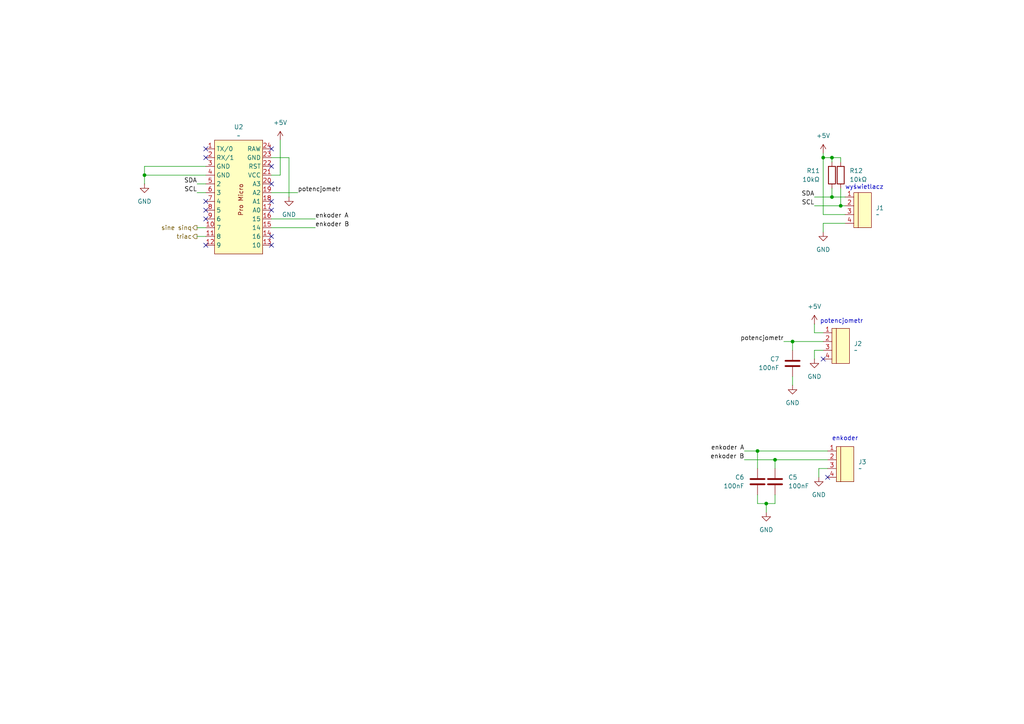
<source format=kicad_sch>
(kicad_sch (version 20250114) (generator "eeschema") (generator_version "9.0")
  (paper "A4")
  (title_block (title "air conditioner") (date "2025-07-06") (rev "0"))
  (lib_symbols
    (symbol "Connector_JOINT_TECH:JT_1x4_P2.5mm_Vertical"
      (property "Reference" "J" (at -1.778 6.096 0))
      (symbol "JT_1x4_P2.5mm_Vertical_0_0"
        (pin passive line (at -5.08 3.81 0) (length 2.54) (name "") (number "1"))
        (pin passive line (at -5.08 1.27 0) (length 2.54) (name "") (number "2"))
        (pin passive line (at -5.08 -1.27 0) (length 2.54) (name "") (number "3"))
        (pin passive line (at -5.08 -3.81 0) (length 2.54) (name "") (number "4"))
      )
      (symbol "JT_1x4_P2.5mm_Vertical_0_1"
        (rectangle (start -2.54 5.08) (end 2.54 -5.08) (fill (type background)))
        (polyline (pts (xy -1.27 5.08) (xy -1.27 -5.08)))
      )
    )
    (symbol "Dev_Kits:Pro_Micro"
      (property "Reference" "U" (at 0.762 1.27 0))
      (symbol "Pro_Micro_0_1"
        (rectangle (start 0 0) (end 13.97 -33.02) (fill (type background)))
      )
      (symbol "Pro_Micro_1_0"
        (pin bidirectional line (at -2.54 -25.4 0) (length 2.54) (name "7") (number "10"))
        (pin bidirectional line (at -2.54 -27.94 0) (length 2.54) (name "8") (number "11"))
        (pin bidirectional line (at -2.54 -30.48 0) (length 2.54) (name "9") (number "12"))
        (pin passive line (at 16.51 -2.54 180) (length 2.54) (name "RAW") (number "24"))
        (pin passive line (at 16.51 -5.08 180) (length 2.54) (name "GND") (number "23"))
        (pin input line (at 16.51 -7.62 180) (length 2.54) (name "RST") (number "22"))
        (pin passive line (at 16.51 -10.16 180) (length 2.54) (name "VCC") (number "21"))
        (pin bidirectional line (at 16.51 -12.7 180) (length 2.54) (name "A3") (number "20"))
        (pin bidirectional line (at 16.51 -15.24 180) (length 2.54) (name "A2") (number "19"))
        (pin bidirectional line (at 16.51 -17.78 180) (length 2.54) (name "A1") (number "18"))
        (pin bidirectional line (at 16.51 -20.32 180) (length 2.54) (name "A0") (number "17"))
        (pin bidirectional line (at 16.51 -22.86 180) (length 2.54) (name "15") (number "16"))
        (pin bidirectional line (at 16.51 -25.4 180) (length 2.54) (name "14") (number "15"))
        (pin bidirectional line (at 16.51 -27.94 180) (length 2.54) (name "16") (number "14"))
        (pin bidirectional line (at 16.51 -30.48 180) (length 2.54) (name "10") (number "13"))
      )
      (symbol "Pro_Micro_1_1"
        (text "Pro Micro" (at 7.62 -17.272 900) (effects (font (size 1.27 1.27))))
        (pin bidirectional line (at -2.54 -2.54 0) (length 2.54) (name "TX/0") (number "1"))
        (pin bidirectional line (at -2.54 -5.08 0) (length 2.54) (name "RX/1") (number "2"))
        (pin passive line (at -2.54 -7.62 0) (length 2.54) (name "GND") (number "3"))
        (pin passive line (at -2.54 -10.16 0) (length 2.54) (name "GND") (number "4"))
        (pin bidirectional line (at -2.54 -12.7 0) (length 2.54) (name "2") (number "5"))
        (pin bidirectional line (at -2.54 -15.24 0) (length 2.54) (name "3") (number "6"))
        (pin bidirectional line (at -2.54 -17.78 0) (length 2.54) (name "4") (number "7"))
        (pin bidirectional line (at -2.54 -20.32 0) (length 2.54) (name "5") (number "8"))
        (pin bidirectional line (at -2.54 -22.86 0) (length 2.54) (name "6") (number "9"))
      )
    )
    (symbol "Device:C" (pin_numbers (hide yes)) (pin_names (offset 0.254))
      (property "Reference" "C" (at 0.635 2.54 0))
      (property "Value" "C" (at 0.635 -2.54 0))
      (symbol "C_0_1"
        (polyline (pts (xy -2.032 0.762) (xy 2.032 0.762)) (stroke (width 0.508)))
        (polyline (pts (xy -2.032 -0.762) (xy 2.032 -0.762)) (stroke (width 0.508)))
      )
      (symbol "C_1_1"
        (pin passive line (at 0 3.81 270) (length 2.794) (name "~") (number "1"))
        (pin passive line (at 0 -3.81 90) (length 2.794) (name "~") (number "2"))
      )
    )
    (symbol "Device:R" (pin_numbers (hide yes)) (pin_names (offset 0))
      (property "Reference" "R" (at 2.032 0 90))
      (property "Value" "R" (at 0 0 90))
      (symbol "R_0_1"
        (rectangle (start -1.016 -2.54) (end 1.016 2.54) (stroke (width 0.254)))
      )
      (symbol "R_1_1"
        (pin passive line (at 0 3.81 270) (length 1.27) (name "~") (number "1"))
        (pin passive line (at 0 -3.81 90) (length 1.27) (name "~") (number "2"))
      )
    )
    (symbol "power:+5V" (power) (pin_numbers (hide yes)) (pin_names (offset 0) (hide yes))
      (property "Value" "+5V" (at 0 3.556 0))
      (symbol "+5V_0_1"
        (polyline (pts (xy -0.762 1.27) (xy 0 2.54)))
        (polyline (pts (xy 0 2.54) (xy 0.762 1.27)))
        (polyline (pts (xy 0 0) (xy 0 2.54)))
      )
      (symbol "+5V_1_1"
        (pin power_in line (at 0 0 90) (length 0) (name "~") (number "1"))
      )
    )
    (symbol "power:GND" (power) (pin_numbers (hide yes)) (pin_names (offset 0) (hide yes))
      (property "Value" "GND" (at 0 -3.81 0))
      (symbol "GND_0_1"
        (polyline (pts (xy 0 0) (xy 0 -1.27) (xy 1.27 -1.27) (xy 0 -2.54) (xy -1.27 -1.27) (xy 0 -1.27)))
      )
      (symbol "GND_1_1"
        (pin power_in line (at 0 0 270) (length 0) (name "~") (number "1"))
      )
    )
  )
  (text "enkoder" (at 245.11 127.254 0) (effects (font (size 1.27 1.27))))
  (text "potencjometr" (at 244.094 93.218 0) (effects (font (size 1.27 1.27))))
  (text "wyświetlacz" (at 250.698 54.356 0) (effects (font (size 1.27 1.27))))
  (junction (at 243.84 59.69))
  (junction (at 241.3 45.72))
  (junction (at 238.76 45.72))
  (junction (at 41.91 50.8))
  (junction (at 229.87 99.06))
  (junction (at 241.3 57.15))
  (junction (at 222.25 146.05))
  (junction (at 219.71 130.81))
  (junction (at 224.79 133.35))
  (no_connect (at 59.69 71.12))
  (no_connect (at 78.74 48.26))
  (no_connect (at 78.74 68.58))
  (no_connect (at 59.69 45.72))
  (no_connect (at 78.74 58.42))
  (no_connect (at 78.74 53.34))
  (no_connect (at 59.69 43.18))
  (no_connect (at 240.03 138.43))
  (no_connect (at 78.74 71.12))
  (no_connect (at 78.74 60.96))
  (no_connect (at 238.76 104.14))
  (no_connect (at 59.69 63.5))
  (no_connect (at 59.69 60.96))
  (no_connect (at 78.74 43.18))
  (no_connect (at 59.69 58.42))
  (wire (pts (xy 237.49 135.89) (xy 240.03 135.89)))
  (wire (pts (xy 238.76 45.72) (xy 238.76 62.23)))
  (wire (pts (xy 222.25 148.59) (xy 222.25 146.05)))
  (wire (pts (xy 91.44 63.5) (xy 78.74 63.5)))
  (wire (pts (xy 83.82 45.72) (xy 83.82 57.15)))
  (wire (pts (xy 219.71 135.89) (xy 219.71 130.81)))
  (wire (pts (xy 229.87 101.6) (xy 229.87 99.06)))
  (wire (pts (xy 41.91 48.26) (xy 59.69 48.26)))
  (wire (pts (xy 236.22 101.6) (xy 238.76 101.6)))
  (wire (pts (xy 238.76 64.77) (xy 238.76 67.31)))
  (wire (pts (xy 236.22 104.14) (xy 236.22 101.6)))
  (wire (pts (xy 229.87 99.06) (xy 238.76 99.06)))
  (wire (pts (xy 236.22 93.98) (xy 236.22 96.52)))
  (wire (pts (xy 236.22 96.52) (xy 238.76 96.52)))
  (wire (pts (xy 238.76 62.23) (xy 245.11 62.23)))
  (wire (pts (xy 41.91 53.34) (xy 41.91 50.8)))
  (wire (pts (xy 219.71 130.81) (xy 240.03 130.81)))
  (wire (pts (xy 81.28 40.64) (xy 81.28 50.8)))
  (wire (pts (xy 219.71 143.51) (xy 219.71 146.05)))
  (wire (pts (xy 41.91 50.8) (xy 59.69 50.8)))
  (wire (pts (xy 243.84 59.69) (xy 245.11 59.69)))
  (wire (pts (xy 78.74 50.8) (xy 81.28 50.8)))
  (wire (pts (xy 241.3 57.15) (xy 245.11 57.15)))
  (wire (pts (xy 243.84 54.61) (xy 243.84 59.69)))
  (wire (pts (xy 78.74 45.72) (xy 83.82 45.72)))
  (wire (pts (xy 224.79 143.51) (xy 224.79 146.05)))
  (wire (pts (xy 224.79 133.35) (xy 240.03 133.35)))
  (wire (pts (xy 215.9 133.35) (xy 224.79 133.35)))
  (wire (pts (xy 57.15 68.58) (xy 59.69 68.58)))
  (wire (pts (xy 241.3 46.99) (xy 241.3 45.72)))
  (wire (pts (xy 224.79 135.89) (xy 224.79 133.35)))
  (wire (pts (xy 237.49 138.43) (xy 237.49 135.89)))
  (wire (pts (xy 236.22 59.69) (xy 243.84 59.69)))
  (wire (pts (xy 227.33 99.06) (xy 229.87 99.06)))
  (wire (pts (xy 57.15 53.34) (xy 59.69 53.34)))
  (wire (pts (xy 243.84 46.99) (xy 243.84 45.72)))
  (wire (pts (xy 241.3 54.61) (xy 241.3 57.15)))
  (wire (pts (xy 245.11 64.77) (xy 238.76 64.77)))
  (wire (pts (xy 86.36 55.88) (xy 78.74 55.88)))
  (wire (pts (xy 222.25 146.05) (xy 224.79 146.05)))
  (wire (pts (xy 215.9 130.81) (xy 219.71 130.81)))
  (wire (pts (xy 236.22 57.15) (xy 241.3 57.15)))
  (wire (pts (xy 238.76 45.72) (xy 241.3 45.72)))
  (wire (pts (xy 91.44 66.04) (xy 78.74 66.04)))
  (wire (pts (xy 219.71 146.05) (xy 222.25 146.05)))
  (wire (pts (xy 57.15 66.04) (xy 59.69 66.04)))
  (wire (pts (xy 41.91 50.8) (xy 41.91 48.26)))
  (wire (pts (xy 57.15 55.88) (xy 59.69 55.88)))
  (wire (pts (xy 229.87 111.76) (xy 229.87 109.22)))
  (wire (pts (xy 243.84 45.72) (xy 241.3 45.72)))
  (wire (pts (xy 238.76 44.45) (xy 238.76 45.72)))
  (label "enkoder A" (at 215.9 130.81 180))
  (label "SDA" (at 57.15 53.34 180))
  (label "potencjometr" (at 227.33 99.06 180))
  (label "enkoder A" (at 91.44 63.5 0))
  (label "enkoder B" (at 91.44 66.04 0))
  (label "SCL" (at 236.22 59.69 180))
  (label "SCL" (at 57.15 55.88 180))
  (label "SDA" (at 236.22 57.15 180))
  (label "enkoder B" (at 215.9 133.35 180))
  (label "potencjometr" (at 86.36 55.88 0))
  (hierarchical_label "triac" (shape output) (at 57.15 68.58 180))
  (hierarchical_label "sine sinq" (shape output) (at 57.15 66.04 180))
  (symbol (lib_id "Connector_JOINT_TECH:JT_1x4_P2.5mm_Vertical") (at 250.19 60.96 0) (unit 1)
    (property "Reference" "J1" (at 254 60.3249 0) (effects (justify left)))
    (property "Value" "~" (at 254 62.23 0) (effects (justify left)))
    (property "Footprint" "Connector_JOINT_TECH:JT-Socket_1x4_P2.5mm_Vertical" (effects (hide yes)))
  )
  (symbol (lib_id "Connector_JOINT_TECH:JT_1x4_P2.5mm_Vertical") (at 245.11 134.62 0) (unit 1)
    (property "Reference" "J3" (at 248.92 133.9849 0) (effects (justify left)))
    (property "Value" "~" (at 248.92 135.89 0) (effects (justify left)))
    (property "Footprint" "Connector_JOINT_TECH:JT-Socket_1x4_P2.5mm_Vertical" (effects (hide yes)))
  )
  (symbol (lib_id "power:GND") (at 222.25 148.59 0) (unit 1)
    (property "Reference" "#PWR027" (effects (hide yes)))
    (property "Value" "GND" (at 222.25 153.67 0))
    (property "Description" "Power symbol creates a global label with name \"GND\" , ground" (effects (hide yes)))
  )
  (symbol (lib_id "Device:C") (at 224.79 139.7 0) (unit 1)
    (property "Reference" "C5" (at 228.6 138.4299 0) (effects (justify left)))
    (property "Value" "100nF" (at 228.6 140.9699 0) (effects (justify left)))
    (property "Footprint" "Capacitor_SMD:C_0603_1608Metric_Pad1.08x0.95mm_HandSolder" (effects (hide yes)))
    (property "Description" "Unpolarized capacitor" (effects (hide yes)))
  )
  (symbol (lib_id "power:GND") (at 238.76 67.31 0) (unit 1)
    (property "Reference" "#PWR012" (effects (hide yes)))
    (property "Value" "GND" (at 238.76 72.39 0))
    (property "Description" "Power symbol creates a global label with name \"GND\" , ground" (effects (hide yes)))
  )
  (symbol (lib_id "power:+5V") (at 81.28 40.64 0) (unit 1)
    (property "Reference" "#PWR010" (effects (hide yes)))
    (property "Value" "+5V" (at 81.28 35.56 0))
    (property "Description" "Power symbol creates a global label with name \"+5V\"" (effects (hide yes)))
  )
  (symbol (lib_id "power:GND") (at 83.82 57.15 0) (unit 1)
    (property "Reference" "#PWR09" (effects (hide yes)))
    (property "Value" "GND" (at 83.82 62.23 0))
    (property "Description" "Power symbol creates a global label with name \"GND\" , ground" (effects (hide yes)))
  )
  (symbol (lib_id "power:+5V") (at 238.76 44.45 0) (unit 1)
    (property "Reference" "#PWR011" (effects (hide yes)))
    (property "Value" "+5V" (at 238.76 39.37 0))
    (property "Description" "Power symbol creates a global label with name \"+5V\"" (effects (hide yes)))
  )
  (symbol (lib_id "Connector_JOINT_TECH:JT_1x4_P2.5mm_Vertical") (at 243.84 100.33 0) (unit 1)
    (property "Reference" "J2" (at 247.65 99.6949 0) (effects (justify left)))
    (property "Value" "~" (at 247.65 101.6 0) (effects (justify left)))
    (property "Footprint" "Connector_JOINT_TECH:JT-Socket_1x4_P2.5mm_Vertical" (effects (hide yes)))
  )
  (symbol (lib_id "power:GND") (at 229.87 111.76 0) (unit 1)
    (property "Reference" "#PWR028" (effects (hide yes)))
    (property "Value" "GND" (at 229.87 116.84 0))
    (property "Description" "Power symbol creates a global label with name \"GND\" , ground" (effects (hide yes)))
  )
  (symbol (lib_id "Dev_Kits:Pro_Micro") (at 62.23 40.64 0) (unit 1)
    (property "Reference" "U2" (at 69.215 36.83 0))
    (property "Value" "~" (at 69.215 39.37 0))
    (property "Footprint" "Dev_Kits:Pro_Micro" (effects (hide yes)))
    (property "Description" "Unfortunetly I lost github, form which i downloaded" (effects (hide yes)))
  )
  (symbol (lib_id "Device:R") (at 241.3 50.8 180) (unit 1)
    (property "Reference" "R11" (at 233.934 49.53 0) (effects (justify right)))
    (property "Value" "10kΩ" (at 232.664 52.07 0) (effects (justify right)))
    (property "Footprint" "Resistor_THT:R_Axial_DIN0207_L6.3mm_D2.5mm_P7.62mm_Horizontal" (effects (hide yes)))
    (property "Description" "Resistor" (effects (hide yes)))
  )
  (symbol (lib_id "Device:C") (at 229.87 105.41 0) (unit 1)
    (property "Reference" "C7" (at 226.06 104.1399 0) (effects (justify right)))
    (property "Value" "100nF" (at 226.06 106.6799 0) (effects (justify right)))
    (property "Footprint" "Capacitor_SMD:C_0603_1608Metric_Pad1.08x0.95mm_HandSolder" (effects (hide yes)))
    (property "Description" "Unpolarized capacitor" (effects (hide yes)))
  )
  (symbol (lib_id "power:GND") (at 236.22 104.14 0) (unit 1)
    (property "Reference" "#PWR013" (effects (hide yes)))
    (property "Value" "GND" (at 236.22 109.22 0))
    (property "Description" "Power symbol creates a global label with name \"GND\" , ground" (effects (hide yes)))
  )
  (symbol (lib_id "power:+5V") (at 236.22 93.98 0) (unit 1)
    (property "Reference" "#PWR014" (effects (hide yes)))
    (property "Value" "+5V" (at 236.22 88.9 0))
    (property "Description" "Power symbol creates a global label with name \"+5V\"" (effects (hide yes)))
  )
  (symbol (lib_id "power:GND") (at 237.49 138.43 0) (unit 1)
    (property "Reference" "#PWR015" (effects (hide yes)))
    (property "Value" "GND" (at 237.49 143.51 0))
    (property "Description" "Power symbol creates a global label with name \"GND\" , ground" (effects (hide yes)))
  )
  (symbol (lib_id "Device:R") (at 243.84 50.8 0) (unit 1)
    (property "Reference" "R12" (at 246.38 49.5299 0) (effects (justify left)))
    (property "Value" "10kΩ" (at 246.38 52.0699 0) (effects (justify left)))
    (property "Footprint" "Resistor_THT:R_Axial_DIN0207_L6.3mm_D2.5mm_P7.62mm_Horizontal" (effects (hide yes)))
    (property "Description" "Resistor" (effects (hide yes)))
  )
  (symbol (lib_id "power:GND") (at 41.91 53.34 0) (unit 1)
    (property "Reference" "#PWR08" (effects (hide yes)))
    (property "Value" "GND" (at 41.91 58.42 0))
    (property "Description" "Power symbol creates a global label with name \"GND\" , ground" (effects (hide yes)))
  )
  (symbol (lib_id "Device:C") (at 219.71 139.7 0) (unit 1)
    (property "Reference" "C6" (at 215.9 138.4299 0) (effects (justify right)))
    (property "Value" "100nF" (at 215.9 140.9699 0) (effects (justify right)))
    (property "Footprint" "Capacitor_SMD:C_0603_1608Metric_Pad1.08x0.95mm_HandSolder" (effects (hide yes)))
    (property "Description" "Unpolarized capacitor" (effects (hide yes)))
  )
)
</source>
